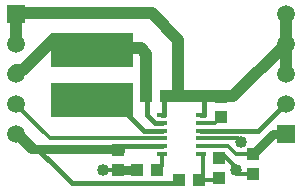
<source format=gbr>
G04 DipTrace 3.0.0.2*
G04 Top.gbr*
%MOIN*%
G04 #@! TF.FileFunction,Copper,L1,Top*
G04 #@! TF.Part,Single*
G04 #@! TA.AperFunction,Conductor*
%ADD13C,0.015748*%
%ADD14C,0.03937*%
%ADD15C,0.031496*%
%ADD16C,0.012992*%
%ADD21R,0.035X0.016535*%
%ADD22R,0.043307X0.03937*%
%ADD23R,0.03937X0.043307*%
G04 #@! TA.AperFunction,ComponentPad*
%ADD24R,0.059055X0.059055*%
%ADD25C,0.059055*%
%ADD26R,0.275591X0.11811*%
G04 #@! TA.AperFunction,ViaPad*
%ADD27C,0.04*%
%FSLAX26Y26*%
G04*
G70*
G90*
G75*
G01*
G04 Top*
%LPD*%
X953720Y645571D2*
D13*
X931201D1*
X903543Y673228D1*
Y732283D1*
X901575Y734252D1*
D14*
Y875984D1*
X883858Y893701D1*
X716535D1*
X722441Y887795D1*
Y925197D1*
X596457D1*
X492126Y820866D1*
X468504D1*
Y809843D1*
X809055Y488189D2*
D15*
X872047D1*
X1145669Y527559D2*
D16*
Y537402D1*
X1161417D1*
X1202756Y496063D1*
Y490157D1*
X1083642Y671161D2*
D13*
X1094488D1*
Y732283D1*
X1151575D1*
X1202756Y490157D2*
D16*
Y476378D1*
X1257874D1*
X968504Y734252D2*
D14*
X1009843D1*
X1149606D1*
X1151575Y732283D1*
X953720Y671161D2*
D13*
X960630D1*
Y726378D1*
X968504Y734252D1*
X1083642Y594390D2*
D16*
X1206791D1*
X1218504Y582677D1*
X1151575Y732283D2*
D14*
Y734252D1*
X1192913D1*
X1368504Y909843D1*
Y809843D1*
Y909843D2*
Y1009843D1*
X468504D2*
Y1011811D1*
X921260D1*
X1009843Y923228D1*
Y734252D1*
X468504Y1009843D2*
Y909843D1*
X759843Y490157D2*
D16*
X809055D1*
Y488189D1*
X953720Y543209D2*
Y502933D1*
X938976Y488189D1*
X1083642Y568799D2*
X1175295D1*
X1200787Y543307D1*
X1257874D1*
D15*
X1324409Y609843D1*
X1368504D1*
X953720Y568799D2*
D13*
X820866D1*
Y553150D1*
X804921D1*
X806890Y555118D1*
X809055D1*
D15*
Y559055D1*
X519291D1*
X468504Y609843D1*
D13*
X488583D1*
X653543Y444882D1*
X1005906D1*
Y456693D1*
X1011811D1*
X953720Y619980D2*
X895768D1*
X793307Y722441D1*
X722441D1*
X1083642Y645571D2*
D16*
X1131791D1*
X1151575Y665354D1*
X1083642Y543209D2*
X1092520D1*
Y470472D1*
X1078740Y456693D1*
X1141732D1*
X1145669Y460630D1*
X1083642Y619980D2*
D13*
X1275492D1*
X1365354Y709843D1*
X1368504D1*
X953720Y594390D2*
D16*
X580807D1*
X465354Y709843D1*
X468504D1*
D27*
X759843Y490157D3*
X1202756D3*
X1218504Y582677D3*
D21*
X1083642Y619980D3*
Y594390D3*
Y568799D3*
Y543209D3*
X953720Y619980D3*
X1083642Y645571D3*
Y671161D3*
X953720Y594390D3*
Y568799D3*
Y543209D3*
Y645571D3*
Y671161D3*
D22*
X901575Y734252D3*
X968504D3*
X938976Y488189D3*
X872047D3*
D23*
X1257874Y543307D3*
Y476378D3*
X809055Y555118D3*
Y488189D3*
X1151575Y665354D3*
Y732283D3*
D22*
X1078740Y456693D3*
X1011811D3*
D23*
X1145669Y527559D3*
Y460630D3*
D24*
X1368504Y609843D3*
D25*
Y709843D3*
Y809843D3*
Y909843D3*
Y1009843D3*
D24*
X468504D3*
D25*
Y909843D3*
Y809843D3*
Y709843D3*
Y609843D3*
D26*
X722441Y722441D3*
Y887795D3*
M02*

</source>
